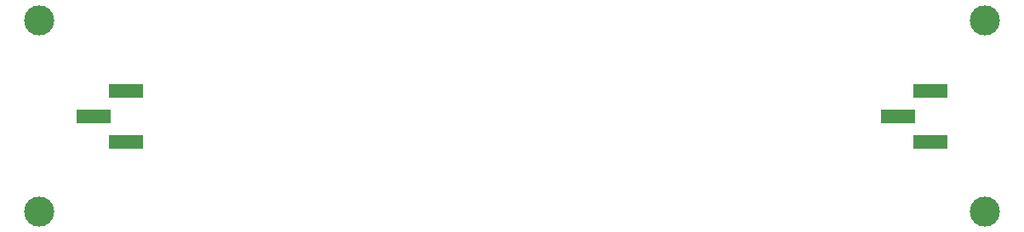
<source format=gbr>
G04 DipTrace 3.3.1.3*
G04 TopMask.gbr*
%MOIN*%
G04 #@! TF.FileFunction,Soldermask,Top*
G04 #@! TF.Part,Single*
%ADD38C,0.11811*%
%ADD44R,0.133071X0.057874*%
%FSLAX26Y26*%
G04*
G70*
G90*
G75*
G01*
G04 TopMask*
%LPD*%
D38*
X511811Y511811D3*
Y1259843D3*
X4212598Y511811D3*
Y1259843D3*
D44*
X850000Y985827D3*
X724803Y885827D3*
X850000Y785827D3*
X3999606Y985827D3*
X3874409Y885827D3*
X3999606Y785827D3*
M02*

</source>
